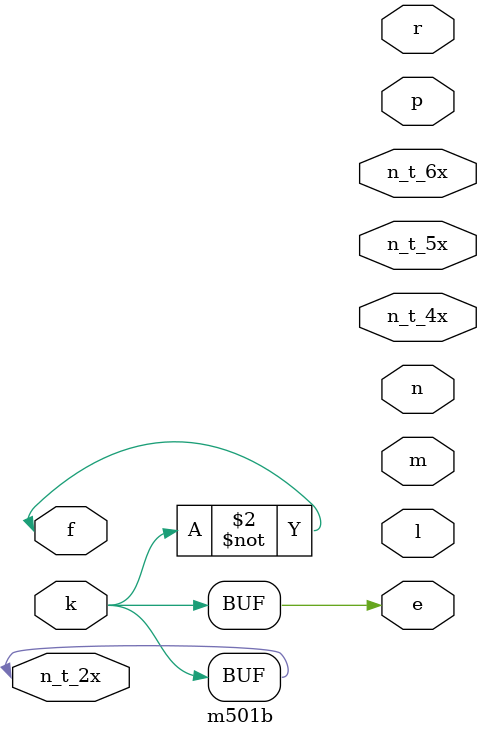
<source format=v>
module m501b (e, f, k, l, m, n, n_t_2x, n_t_4x, n_t_5x, n_t_6x, p, r);
output e;
inout f;
input k;
output l;
output m;
output n;
inout n_t_2x;
output n_t_4x;
output n_t_5x;
output n_t_6x;
output p;
output r;


assign e = ~f;
assign f = ~n_t_2x;
assign n_t_2x = k;
// open collector 'wire-or's 
endmodule

</source>
